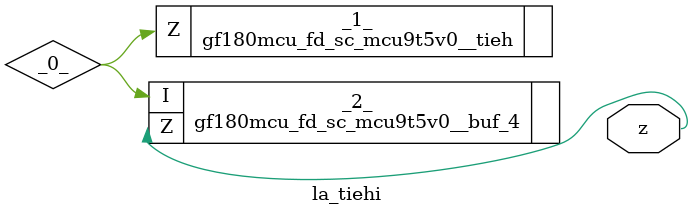
<source format=v>
/* Generated by Yosys 0.37 (git sha1 a5c7f69ed, clang 14.0.0-1ubuntu1.1 -fPIC -Os) */

module la_tiehi(z);
  wire _0_;
  output z;
  wire z;
  gf180mcu_fd_sc_mcu9t5v0__tieh _1_ (
    .Z(_0_)
  );
  gf180mcu_fd_sc_mcu9t5v0__buf_4 _2_ (
    .I(_0_),
    .Z(z)
  );
endmodule

</source>
